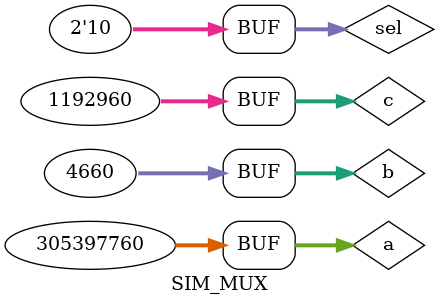
<source format=v>
`timescale 1ns / 1ps


module SIM_MUX();
    reg [31:0] a, b, c;
    reg [1:0] sel;
    wire [31:0] out;
    Mux3 mux(a, b, c, sel, out);
    initial begin
        #10 begin
            a = 32'h1234_0000;
            b = 32'h0000_1234;
            c = 32'h0012_3400;
            sel = 2'b00;
        end
        #10 begin
            sel = 2'b01;
        end
        #10 begin
            sel = 2'b10;
        end
    end
endmodule

</source>
